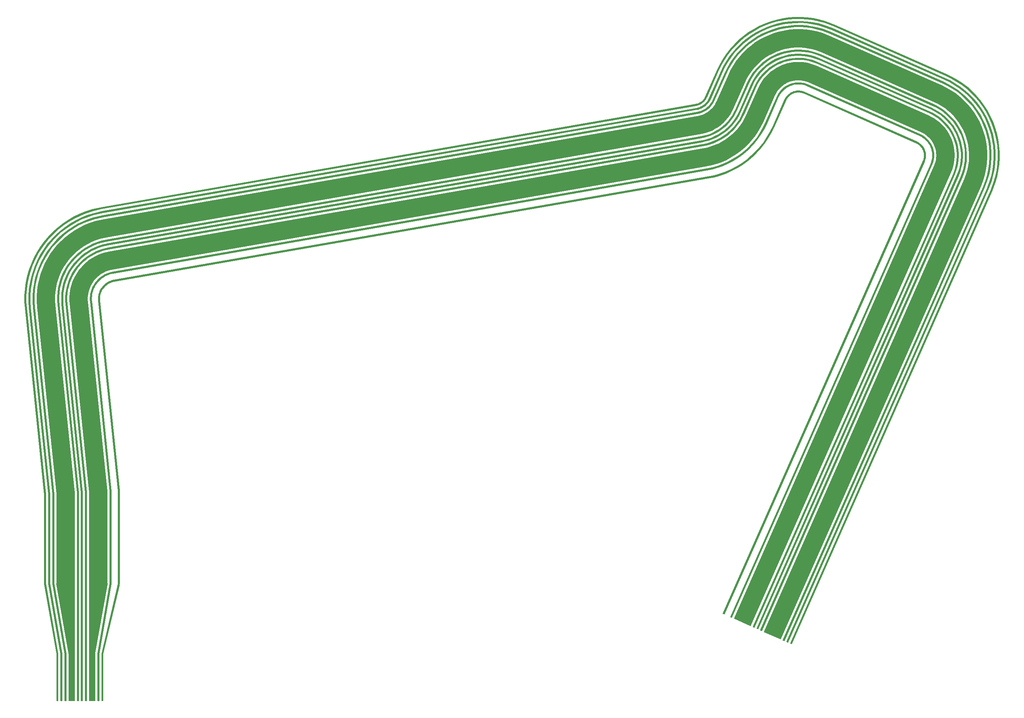
<source format=gbr>
G04 AutoGERB 2.0 for AutoCAD 14*
G04 RS274-X Output *
%FSLAX34Y34*%
%MOMM*%
%ADD12C,0.005000*%
%ADD13C,0.007000*%
G36*X741324Y918833D02*X741324Y1140916D01*X693897Y1599497*X693200Y1609694*X693215Y1619958*X693942Y1630195*X695379Y1640359*X697521Y1650397*X700355Y1660262*X703868Y1669906*X708044Y1679282*X712861Y1688346*X718297Y1697052*X724325Y1705359*X730917Y1713227*X738040Y1720617*X745659Y1727495*X753738Y1733825*X762238Y1739579*X771117Y1744727*X780333Y1749246*X789841Y1753112*X799619Y1756316*X815314Y1759940*X2266442Y2011944*X2274146Y2013559*X2281678Y2015696*X2289042Y2018350*X2296204Y2021511*X2303129Y2025161*X2309784Y2029284*X2316134Y2033860*X2322153Y2038867*X2327808Y2044280*X2333073Y2050073*X2337922Y2056219*X2342332Y2062687*X2346280Y2069441*X2350146Y2077341*X2378635Y2141767*X2382787Y2150340*X2387547Y2158640*X2392873Y2166588*X2398739Y2174147*X2405117Y2181281*X2411975Y2187952*X2419279Y2194131*X2426997Y2199787*X2435089Y2204893*X2443517Y2209424*X2452239Y2213357*X2461214Y2216675*X2470397Y2219360*X2479746Y2221400*X2489213Y2222785*X2498754Y2223508*X2508322Y2223566*X2517871Y2222959*X2527355Y2221689*X2536726Y2219762*X2545966Y2217182*X2559915Y2211904*X2834391Y2090536*X2842963Y2086383*X2851263Y2081624*X2859211Y2076298*X2866771Y2070432*X2873904Y2064054*X2880576Y2057197*X2886755Y2049892*X2892411Y2042174*X2897517Y2034082*X2902048Y2025655*X2905981Y2016932*X2909300Y2007958*X2911984Y1998774*X2914025Y1989426*X2915410Y1979958*X2916133Y1970418*X2916191Y1960850*X2915584Y1951301*X2914314Y1941817*X2912388Y1932445*X2909807Y1923205*X2904526Y1909256*X2415271Y802790*X2410698Y804813*X2899899Y1911153*X2905052Y1924766*X2907525Y1933622*X2909381Y1942654*X2910605Y1951792*X2911190Y1960993*X2911134Y1970213*X2910437Y1979407*X2909102Y1988529*X2907137Y1997537*X2904549Y2006387*X2901352Y2015035*X2897561Y2023440*X2893196Y2031561*X2888276Y2039359*X2882826Y2046795*X2876871Y2053834*X2870441Y2060443*X2863568Y2066589*X2856284Y2072241*X2848624Y2077373*X2840626Y2081960*X2832290Y2085999*X2558018Y2207275*X2544405Y2212427*X2535549Y2214899*X2526518Y2216756*X2517380Y2217980*X2508179Y2218565*X2498959Y2218509*X2489764Y2217812*X2480641Y2216477*X2471634Y2214513*X2462785Y2211924*X2454136Y2208728*X2445732Y2204937*X2437610Y2200572*X2429812Y2195652*X2422376Y2190202*X2415336Y2184247*X2408728Y2177818*X2402582Y2170944*X2396930Y2163661*X2391798Y2156001*X2387210Y2148003*X2383172Y2139666*X2354679Y2075230*X2350689Y2067078*X2346561Y2060014*X2341955Y2053258*X2336890Y2046840*X2331391Y2040789*X2325484Y2035134*X2319199Y2029905*X2312565Y2025125*X2305614Y2020818*X2298381Y2017006*X2290901Y2013705*X2283209Y2010933*X2275343Y2008702*X2267383Y2007033*X816305Y1755037*X800962Y1751495*X791564Y1748415*X782378Y1744679*X773474Y1740314*X764897Y1735340*X756685Y1729782*X748880Y1723666*X741519Y1717022*X734638Y1709882*X728270Y1702282*X722446Y1694257*X717194Y1685845*X712541Y1677089*X708507Y1668031*X705112Y1658715*X702374Y1649184*X700306Y1639486*X698917Y1629668*X698214Y1619777*X698201Y1609861*X698880Y1599924*X746323Y1141173*X746323Y918833*X741324Y918833*G37*G36*X761324Y918833D02*X761324Y1141947D01*X713791Y1601555*X713189Y1610363*X713202Y1619235*X713830Y1628085*X715073Y1636870*X716924Y1645547*X719374Y1654074*X722410Y1662411*X726020Y1670516*X730184Y1678350*X734883Y1685875*X740094Y1693056*X745792Y1699858*X751949Y1706246*X758535Y1712191*X765518Y1717663*X772866Y1722637*X780541Y1727087*X788507Y1730993*X796726Y1734335*X805182Y1737105*X818736Y1740235*X2269864Y1992238*X2278930Y1994140*X2287801Y1996656*X2296474Y1999782*X2304910Y2003505*X2313066Y2007803*X2320903Y2012660*X2328383Y2018050*X2335472Y2023947*X2342132Y2030322*X2348333Y2037145*X2354044Y2044384*X2359238Y2052001*X2363888Y2059957*X2368438Y2069253*X2396926Y2133679*X2400472Y2140999*X2404539Y2148092*X2409091Y2154884*X2414104Y2161344*X2419554Y2167440*X2425414Y2173141*X2431657Y2178422*X2438252Y2183254*X2445167Y2187617*X2452368Y2191489*X2459822Y2194850*X2467491Y2197686*X2475339Y2199980*X2483328Y2201724*X2491418Y2202907*X2499571Y2203525*X2507747Y2203575*X2515907Y2203056*X2524012Y2201970*X2532020Y2200324*X2539920Y2198117*X2551826Y2193613*X2826302Y2072244*X2833622Y2068698*X2840715Y2064631*X2847507Y2060080*X2853967Y2055067*X2860063Y2049617*X2865764Y2043757*X2871044Y2037515*X2875878Y2030919*X2880241Y2024005*X2884113Y2016803*X2887474Y2009349*X2890310Y2001680*X2892604Y1993833*X2894348Y1985844*X2895532Y1977753*X2896150Y1969601*X2896199Y1961425*X2895680Y1953264*X2894595Y1945160*X2892949Y1937151*X2890743Y1929252*X2886235Y1917344*X2396980Y810878*X2392407Y812901*X2881608Y1919241*X2885988Y1930813*X2888086Y1938328*X2889662Y1945997*X2890701Y1953755*X2891198Y1961568*X2891151Y1969396*X2890559Y1977202*X2889425Y1984947*X2887757Y1992596*X2885559Y2000109*X2882845Y2007452*X2879626Y2014588*X2875920Y2021484*X2871743Y2028104*X2867115Y2034418*X2862059Y2040396*X2856600Y2046006*X2850764Y2051224*X2844580Y2056023*X2838076Y2060380*X2831285Y2064275*X2824201Y2067707*X2549929Y2188984*X2538359Y2193362*X2530843Y2195461*X2523175Y2197037*X2515416Y2198077*X2507604Y2198574*X2499776Y2198526*X2491969Y2197934*X2484223Y2196801*X2476576Y2195133*X2469062Y2192935*X2461719Y2190221*X2454583Y2187002*X2447688Y2183296*X2441067Y2179119*X2434752Y2174491*X2428775Y2169436*X2423165Y2163977*X2417947Y2158141*X2413148Y2151957*X2408790Y2145453*X2404895Y2138662*X2401463Y2131578*X2372971Y2067142*X2368297Y2057594*X2363467Y2049328*X2358077Y2041423*X2352150Y2033912*X2345715Y2026831*X2338803Y2020214*X2331448Y2014095*X2323684Y2008501*X2315551Y2003462*X2307087Y1999000*X2298333Y1995137*X2289332Y1991893*X2280127Y1989283*X2270805Y1987327*X819727Y1735332*X806525Y1732284*X798449Y1729638*X790552Y1726426*X782898Y1722674*X775525Y1718398*X768465Y1713620*X761756Y1708362*X755428Y1702651*X749513Y1696513*X744039Y1689979*X739032Y1683080*X734517Y1675849*X730517Y1668323*X727049Y1660536*X724131Y1652527*X721777Y1644334*X720000Y1635997*X718805Y1627556*X718201Y1619054*X718190Y1610530*X718774Y1601982*X766323Y1142204*X766323Y918833*X761324Y918833*G37*G36*X751324Y918833D02*X751324Y1141431D01*X703844Y1600526*X703194Y1610028*X703208Y1619596*X703886Y1629141*X705226Y1638614*X707223Y1647972*X709865Y1657168*X713139Y1666158*X717032Y1674899*X721523Y1683348*X726590Y1691464*X732209Y1699208*X738354Y1706543*X744994Y1713432*X752097Y1719843*X759628Y1725744*X767552Y1731108*X775829Y1735907*X784420Y1740120*X793283Y1743723*X802400Y1746711*X817025Y1750088*X2268153Y2002091*X2276538Y2003850*X2284739Y2006176*X2292758Y2009066*X2300557Y2012508*X2308098Y2016482*X2315343Y2020972*X2322259Y2025955*X2328812Y2031407*X2334970Y2037301*X2340703Y2043609*X2345983Y2050301*X2350785Y2057344*X2355084Y2064699*X2359292Y2073297*X2387780Y2137723*X2391630Y2145669*X2396043Y2153366*X2400982Y2160736*X2406422Y2167746*X2412335Y2174360*X2418695Y2180547*X2425468Y2186276*X2432625Y2191521*X2440128Y2196255*X2447942Y2200457*X2456031Y2204104*X2464352Y2207180*X2472868Y2209670*X2481537Y2211562*X2490316Y2212846*X2499162Y2213517*X2508034Y2213570*X2516889Y2213007*X2525683Y2211830*X2534373Y2210043*X2542943Y2207649*X2555871Y2202758*X2830347Y2081390*X2838293Y2077541*X2845989Y2073127*X2853359Y2068189*X2860369Y2062749*X2866984Y2056836*X2873170Y2050476*X2878900Y2043703*X2884145Y2036547*X2888879Y2029043*X2893081Y2021229*X2896728Y2013141*X2899805Y2004819*X2902294Y1996304*X2904187Y1987635*X2905471Y1978856*X2906142Y1970009*X2906195Y1961137*X2905632Y1952283*X2904455Y1943488*X2902668Y1934798*X2900275Y1926228*X2895381Y1913300*X2406126Y806834*X2401553Y808857*X2890754Y1915197*X2895520Y1927789*X2897805Y1935975*X2899522Y1944325*X2900653Y1952774*X2901194Y1961280*X2901143Y1969804*X2900498Y1978305*X2899264Y1986738*X2897447Y1995067*X2895054Y2003248*X2892099Y2011244*X2888594Y2019014*X2884558Y2026522*X2880010Y2033732*X2874971Y2040606*X2869465Y2047115*X2863521Y2053225*X2857166Y2058906*X2850432Y2064132*X2843350Y2068876*X2835956Y2073118*X2828246Y2076853*X2553974Y2198129*X2541382Y2202894*X2533196Y2205180*X2524846Y2206897*X2516398Y2208028*X2507891Y2208569*X2499367Y2208518*X2490867Y2207873*X2482432Y2206639*X2474105Y2204823*X2465923Y2202429*X2457928Y2199475*X2450157Y2195970*X2442649Y2191934*X2435440Y2187386*X2428565Y2182347*X2422056Y2176842*X2415946Y2170897*X2410265Y2164543*X2405039Y2157809*X2400294Y2150727*X2396053Y2143332*X2392317Y2135622*X2363825Y2071186*X2359493Y2062336*X2355014Y2054671*X2350016Y2047340*X2344520Y2040376*X2338553Y2033810*X2332143Y2027674*X2325324Y2022000*X2318124Y2016813*X2310583Y2012141*X2302734Y2008003*X2294617Y2004421*X2286270Y2001413*X2277735Y1998993*X2269094Y1997180*X818016Y1745185*X803743Y1741890*X795006Y1739026*X786465Y1735553*X778186Y1731494*X770211Y1726869*X762575Y1721701*X755318Y1716014*X748473Y1709837*X742075Y1703198*X736154Y1696131*X730739Y1688669*X725856Y1680847*X721529Y1672706*X717778Y1664283*X714622Y1655621*X712076Y1646759*X710153Y1637741*X708861Y1628612*X708207Y1619415*X708195Y1610195*X708827Y1600953*X756323Y1141688*X756323Y918833*X751324Y918833*G37*G36*X691324Y918835D02*X691324Y1138336D01*X644127Y1594700*X643216Y1608022*X643235Y1621765*X644210Y1635475*X646134Y1649083*X649002Y1662525*X652796Y1675734*X657501Y1688649*X663092Y1701206*X669543Y1713341*X676822Y1724999*X684895Y1736124*X693721Y1746658*X703258Y1756555*X713461Y1765764*X724280Y1774241*X735662Y1781946*X747552Y1788839*X759893Y1794890*X772624Y1800067*X785900Y1804417*X806217Y1809109*X2257544Y2061147*X2262183Y2062120*X2266365Y2063306*X2270458Y2064781*X2274434Y2066535*X2278281Y2068564*X2281978Y2070854*X2285505Y2073396*X2288848Y2076177*X2291990Y2079184*X2294914Y2082402*X2297607Y2085814*X2300056Y2089406*X2302227Y2093122*X2304575Y2097917*X2333046Y2162307*X2338564Y2173697*X2345056Y2185017*X2352320Y2195856*X2360319Y2206164*X2369015Y2215891*X2378368Y2224990*X2388330Y2233417*X2398855Y2241131*X2409891Y2248094*X2421384Y2254271*X2433278Y2259635*X2445517Y2264160*X2458041Y2267821*X2470790Y2270603*X2483699Y2272492*X2496710Y2273478*X2509759Y2273558*X2522781Y2272729*X2535714Y2270997*X2548495Y2268370*X2561277Y2264801*X2579636Y2257854*X2854929Y2136124*X2866320Y2130607*X2877640Y2124114*X2888479Y2116851*X2898786Y2108853*X2908515Y2100157*X2917614Y2090803*X2926041Y2080841*X2933754Y2070316*X2940717Y2059282*X2946896Y2047789*X2952260Y2035894*X2956785Y2023655*X2960446Y2011131*X2963228Y1998383*X2965118Y1985474*X2966104Y1972461*X2966183Y1959413*X2965355Y1946392*X2963623Y1933458*X2960996Y1920677*X2957426Y1907894*X2950476Y1889534*X2461000Y782568*X2419847Y800775*X2908825Y1906611*X2914627Y1921939*X2917233Y1931272*X2919230Y1940985*X2920546Y1950811*X2921174Y1960706*X2921115Y1970622*X2920365Y1980507*X2918929Y1990318*X2916815Y2000006*X2914032Y2009522*X2910595Y2018823*X2906519Y2027860*X2901824Y2036593*X2896533Y2044979*X2890672Y2052976*X2884269Y2060546*X2877354Y2067652*X2869963Y2074260*X2862128Y2080340*X2853891Y2085859*X2845291Y2090792*X2836016Y2095285*X2562561Y2216201*X2547234Y2222000*X2537900Y2224607*X2528187Y2226604*X2518360Y2227920*X2508466Y2228549*X2498551Y2228489*X2488664Y2227739*X2478853Y2226304*X2469166Y2224190*X2459650Y2221407*X2450349Y2217970*X2441311Y2213894*X2432578Y2209199*X2424192Y2203908*X2416195Y2198048*X2408625Y2191645*X2401518Y2184730*X2394910Y2177339*X2388831Y2169505*X2383311Y2161268*X2378379Y2152668*X2373885Y2143392*X2345376Y2078918*X2341916Y2071849*X2338119Y2065351*X2333904Y2059169*X2329269Y2053295*X2324237Y2047759*X2318833Y2042586*X2313082Y2037801*X2307011Y2033427*X2300652Y2029487*X2294035Y2025998*X2287189Y2022978*X2280152Y2020441*X2272954Y2018399*X2266015Y2016944*X815136Y1764984*X797993Y1761026*X788125Y1757792*X778296Y1753795*X768769Y1749124*X759589Y1743801*X750801Y1737854*X742450Y1731309*X734573Y1724200*X727210Y1716559*X720394Y1708425*X714163Y1699838*X708544Y1690836*X703563Y1681467*X699246Y1671774*X695615Y1661805*X692685Y1651606*X690471Y1641228*X688985Y1630722*X688232Y1620138*X688219Y1609527*X688968Y1598549*X736323Y1140657*X736323Y918835*X691324Y918835*G37*G36*X771324Y918835D02*X771324Y1142462D01*X723703Y1602929*X723171Y1610696*X723183Y1618875*X723763Y1627031*X724908Y1635127*X726614Y1643124*X728871Y1650984*X731671Y1658667*X734997Y1666137*X738835Y1673359*X743165Y1680293*X747968Y1686913*X753221Y1693182*X758894Y1699069*X764965Y1704549*X771402Y1709591*X778172Y1714175*X785248Y1718277*X792591Y1721877*X800165Y1724957*X808151Y1727574*X819906Y1730288*X2271232Y1982327*X2281320Y1984443*X2290858Y1987147*X2300185Y1990510*X2309257Y1994513*X2318028Y1999136*X2326456Y2004359*X2334500Y2010154*X2342123Y2016496*X2349285Y2023352*X2355953Y2030689*X2362095Y2038473*X2367682Y2046666*X2372661Y2055185*X2377740Y2065564*X2406212Y2129954*X2409303Y2136335*X2413025Y2142824*X2417190Y2149041*X2421778Y2154950*X2426762Y2160526*X2432125Y2165743*X2437836Y2170575*X2443871Y2174998*X2450200Y2178991*X2456789Y2182533*X2463608Y2185608*X2470626Y2188202*X2477807Y2190302*X2485117Y2191897*X2492519Y2192980*X2499979Y2193545*X2507461Y2193591*X2514928Y2193115*X2522341Y2192122*X2529670Y2190616*X2537091Y2188544*X2547283Y2184687*X2822577Y2062958*X2828956Y2059867*X2835447Y2056146*X2841663Y2051980*X2847573Y2047394*X2853149Y2042409*X2858367Y2037047*X2863200Y2031333*X2867622Y2025298*X2871613Y2018973*X2875156Y2012383*X2878232Y2005563*X2880826Y1998545*X2882926Y1991364*X2884521Y1984054*X2885604Y1976652*X2886169Y1969192*X2886215Y1961712*X2885741Y1954245*X2884747Y1946830*X2883241Y1939501*X2881168Y1932078*X2877309Y1921885*X2387833Y814920*X2346680Y833127*X2835658Y1938964*X2838369Y1946125*X2839478Y1950096*X2840354Y1954355*X2840930Y1958664*X2841206Y1963003*X2841180Y1967353*X2840851Y1971689*X2840222Y1975991*X2839295Y1980239*X2838075Y1984412*X2836567Y1988490*X2834779Y1992454*X2832720Y1996284*X2830399Y1999963*X2827829Y2003470*X2825022Y2006788*X2821990Y2009904*X2818748Y2012803*X2815312Y2015469*X2811700Y2017889*X2807929Y2020052*X2803662Y2022119*X2530208Y2143034*X2523048Y2145743*X2519075Y2146853*X2514816Y2147729*X2510505Y2148306*X2506166Y2148582*X2501818Y2148556*X2497482Y2148227*X2493180Y2147598*X2488932Y2146671*X2484759Y2145451*X2480681Y2143943*X2476716Y2142154*X2472885Y2140096*X2469210Y2137777*X2465703Y2135206*X2462382Y2132398*X2459267Y2129367*X2456367Y2126123*X2453701Y2122688*X2451282Y2119077*X2449118Y2115304*X2447051Y2111039*X2418543Y2046567*X2412350Y2033914*X2405743Y2022607*X2398392Y2011828*X2390310Y2001584*X2381534Y1991927*X2372108Y1982905*X2362077Y1974559*X2351491Y1966932*X2340399Y1960059*X2328856Y1953974*X2316918Y1948707*X2304643Y1944282*X2292089Y1940722*X2279703Y1938124*X828823Y1686163*X820244Y1684183*X815666Y1682682*X810992Y1680782*X806463Y1678562*X802101Y1676032*X797923Y1673204*X793952Y1670092*X790209Y1666714*X786708Y1663081*X783469Y1659216*X780508Y1655134*X777836Y1650854*X775468Y1646400*X773416Y1641792*X771690Y1637053*X770297Y1632205*X769245Y1627272*X768538Y1622278*X768180Y1617246*X768174Y1612203*X768544Y1606780*X816323Y1144783*X816323Y918835*X771324Y918835*G37*G36*X821324Y917512D02*X821324Y1145041D01*X773473Y1607726*X773155Y1612369*X773162Y1617066*X773495Y1621752*X774153Y1626403*X775133Y1630996*X776430Y1635510*X778037Y1639924*X779948Y1644215*X782153Y1648363*X784641Y1652347*X787399Y1656149*X790416Y1659750*X793676Y1663132*X797162Y1666279*X800860Y1669176*X804749Y1671809*X808813Y1674165*X813030Y1676233*X817381Y1678002*X821870Y1679473*X829002Y1681120*X2280130Y1933123*X2293282Y1935882*X2306169Y1939537*X2318771Y1944079*X2331026Y1949487*X2342876Y1955733*X2354262Y1962789*X2365131Y1970619*X2375428Y1979186*X2385104Y1988448*X2394113Y1998361*X2402411Y2008878*X2409957Y2019945*X2416713Y2031505*X2423313Y2044988*X2451801Y2109415*X2453526Y2112977*X2455517Y2116448*X2457744Y2119771*X2460197Y2122933*X2462864Y2125916*X2465731Y2128706*X2468786Y2131290*X2472014Y2133656*X2475398Y2135790*X2478922Y2137685*X2482570Y2139330*X2486323Y2140718*X2490163Y2141840*X2494074Y2142694*X2498032Y2143273*X2502022Y2143575*X2506023Y2143599*X2510016Y2143345*X2513982Y2142814*X2517902Y2142009*X2521780Y2140925*X2527562Y2138738*X2802038Y2017370*X2805600Y2015644*X2809071Y2013654*X2812395Y2011427*X2815556Y2008973*X2818540Y2006307*X2821329Y2003438*X2823913Y2000384*X2826278Y1997156*X2828414Y1993773*X2830309Y1990248*X2831953Y1986601*X2833340Y1982848*X2834464Y1979008*X2835318Y1975097*X2835897Y1971138*X2836199Y1967149*X2836223Y1963148*X2835969Y1959155*X2835438Y1955189*X2834633Y1951269*X2833549Y1947391*X2831361Y1941608*X2342105Y835142*X2337532Y837165*X2826732Y1943505*X2828794Y1948952*X2829770Y1952446*X2830505Y1956024*X2830990Y1959646*X2831222Y1963291*X2831200Y1966944*X2830924Y1970587*X2830395Y1974202*X2829617Y1977771*X2828591Y1981277*X2827324Y1984704*X2825822Y1988035*X2824093Y1991252*X2822143Y1994341*X2819984Y1997287*X2817624Y2000077*X2815077Y2002696*X2812353Y2005130*X2809468Y2007370*X2806432Y2009403*X2803263Y2011221*X2799937Y2012833*X2525665Y2134109*X2520219Y2136170*X2516725Y2137146*X2513147Y2137881*X2509525Y2138366*X2505880Y2138598*X2502227Y2138576*X2498583Y2138300*X2494969Y2137771*X2491400Y2136993*X2487894Y2135967*X2484467Y2134701*X2481137Y2133198*X2477919Y2131469*X2474829Y2129519*X2471883Y2127361*X2469094Y2125001*X2466475Y2122453*X2464040Y2119730*X2461801Y2116844*X2459768Y2113809*X2457949Y2110640*X2456338Y2107314*X2427846Y2042877*X2421122Y2029142*X2414186Y2017272*X2406444Y2005917*X2397930Y1995128*X2388687Y1984957*X2378759Y1975453*X2368194Y1966664*X2357043Y1958630*X2345361Y1951392*X2333203Y1944982*X2320630Y1939434*X2307700Y1934774*X2294479Y1931025*X2281071Y1928212*X829993Y1676217*X823213Y1674652*X819104Y1673305*X815075Y1671666*X811170Y1669752*X807408Y1667570*X803807Y1665133*X800383Y1662450*X797155Y1659537*X794137Y1656405*X791344Y1653072*X788790Y1649552*X786486Y1645862*X784445Y1642022*X782676Y1638049*X781187Y1633963*X779986Y1629783*X779080Y1625530*X778470Y1621223*X778161Y1616885*X778156Y1612536*X778456Y1608155*X826323Y1145298*X826323Y917512*X821324Y917512*G37*G36*X841324Y917364D02*X841324Y1146073D01*X793367Y1609783*X793144Y1613038*X793149Y1616344*X793383Y1619641*X793846Y1622914*X794536Y1626146*X795449Y1629324*X796580Y1632429*X797925Y1635449*X799476Y1638368*X801227Y1641172*X803168Y1643846*X805291Y1646380*X807585Y1648760*X810038Y1650974*X812640Y1653014*X815377Y1654867*X818237Y1656525*X821205Y1657980*X824266Y1659225*X827432Y1660262*X832424Y1661415*X2283552Y1913418*X2298066Y1916462*X2312292Y1920497*X2326203Y1925511*X2339732Y1931481*X2352812Y1938376*X2365382Y1946165*X2377378Y1954809*X2388746Y1964266*X2399428Y1974490*X2409373Y1985433*X2418533Y1997042*X2426863Y2009259*X2434322Y2022021*X2441604Y2036900*X2470092Y2101326*X2471211Y2103636*X2472509Y2105900*X2473962Y2108068*X2475562Y2110129*X2477301Y2112075*X2479172Y2113894*X2481163Y2115579*X2483269Y2117122*X2485475Y2118515*X2487775Y2119751*X2490153Y2120823*X2492600Y2121728*X2495105Y2122460*X2497654Y2123017*X2500237Y2123395*X2502839Y2123592*X2505448Y2123608*X2508053Y2123442*X2510640Y2123096*X2513195Y2122570*X2515733Y2121861*X2519474Y2120446*X2793951Y1999078*X2796259Y1997959*X2798522Y1996662*X2800691Y1995209*X2802753Y1993609*X2804698Y1991870*X2806518Y1989999*X2808204Y1988006*X2809745Y1985902*X2811138Y1983695*X2812374Y1981396*X2813446Y1979018*X2814352Y1976570*X2815083Y1974066*X2815641Y1971516*X2816018Y1968934*X2816216Y1966332*X2816231Y1963723*X2816066Y1961118*X2815719Y1958531*X2815194Y1955975*X2814485Y1953438*X2813070Y1949697*X2323814Y843231*X2319241Y845254*X2808441Y1951594*X2809730Y1954999*X2810331Y1957152*X2810786Y1959368*X2811087Y1961609*X2811230Y1963866*X2811217Y1966127*X2811045Y1968383*X2810718Y1970619*X2810236Y1972829*X2809601Y1974999*X2808817Y1977121*X2807887Y1979183*X2806817Y1981174*X2805610Y1983087*X2804273Y1984911*X2802813Y1986638*X2801235Y1988259*X2799550Y1989766*X2797764Y1991152*X2795885Y1992411*X2793922Y1993536*X2791848Y1994541*X2517577Y2115817*X2514172Y2117106*X2512018Y2117707*X2509803Y2118163*X2507562Y2118463*X2505305Y2118607*X2503044Y2118593*X2500788Y2118422*X2498551Y2118094*X2496342Y2117613*X2494171Y2116977*X2492050Y2116194*X2489988Y2115264*X2487996Y2114194*X2486084Y2112987*X2484260Y2111650*X2482533Y2110189*X2480912Y2108612*X2479405Y2106926*X2478019Y2105139*X2476760Y2103261*X2475634Y2101299*X2474629Y2099225*X2446137Y2034789*X2438731Y2019658*X2431092Y2006586*X2422566Y1994081*X2413190Y1982200*X2403011Y1970999*X2392077Y1960533*X2380443Y1950854*X2368163Y1942006*X2355297Y1934035*X2341909Y1926976*X2328062Y1920866*X2313823Y1915734*X2299263Y1911605*X2284493Y1908507*X833415Y1656512*X828775Y1655441*X825989Y1654528*X823250Y1653413*X820594Y1652112*X818036Y1650628*X815587Y1648971*X813259Y1647147*X811064Y1645165*X809012Y1643035*X807113Y1640769*X805376Y1638375*X803809Y1635867*X802422Y1633256*X801219Y1630554*X800206Y1627775*X799389Y1624933*X798773Y1622041*X798358Y1619112*X798148Y1616163*X798145Y1613205*X798350Y1610212*X846323Y1146330*X846323Y917364*X841324Y917364*G37*G36*X681324Y917547D02*X681324Y1137821D01*X634215Y1593325*X633234Y1607687*X633254Y1622126*X634277Y1636530*X636300Y1650826*X639312Y1664947*X643299Y1678825*X648241Y1692392*X654115Y1705583*X660892Y1718333*X668539Y1730580*X677020Y1742267*X686292Y1753336*X696313Y1763732*X707031Y1773407*X718397Y1782312*X730354Y1790407*X742846Y1797649*X755810Y1804006*X769185Y1809445*X782931Y1813949*X805049Y1819055*X2256176Y2071059*X2259794Y2071817*X2263309Y2072815*X2266745Y2074053*X2270088Y2075528*X2273319Y2077231*X2276425Y2079156*X2279388Y2081291*X2282197Y2083628*X2284836Y2086154*X2287293Y2088858*X2289556Y2091725*X2291614Y2094743*X2293455Y2097893*X2295272Y2101605*X2323760Y2166032*X2329733Y2178362*X2336570Y2190283*X2344220Y2201700*X2352646Y2212558*X2361806Y2222804*X2371657Y2232387*X2382149Y2241262*X2393235Y2249386*X2404858Y2256720*X2416962Y2263228*X2429491Y2268878*X2442382Y2273643*X2455573Y2277499*X2469000Y2280430*X2482599Y2282420*X2496303Y2283458*X2510046Y2283542*X2523761Y2282669*X2537384Y2280845*X2550845Y2278078*X2564106Y2274374*X2584179Y2266779*X2858655Y2145411*X2870985Y2139438*X2882907Y2132601*X2894324Y2124951*X2905182Y2116525*X2915428Y2107365*X2925011Y2097515*X2933886Y2087022*X2942011Y2075937*X2949344Y2064314*X2955853Y2052209*X2961502Y2039681*X2966268Y2026790*X2970124Y2013600*X2973056Y2000172*X2975045Y1986573*X2976084Y1972870*X2976167Y1959127*X2975295Y1945411*X2973471Y1931788*X2970704Y1918327*X2967000Y1905066*X2959401Y1884991*X2470146Y778525*X2465573Y780548*X2954774Y1886888*X2962245Y1906627*X2965841Y1919504*X2968538Y1932625*X2970316Y1945902*X2971166Y1959270*X2971085Y1972665*X2970072Y1986022*X2968133Y1999275*X2965277Y2012363*X2961517Y2025219*X2956873Y2037784*X2951366Y2049994*X2945023Y2061793*X2937876Y2073122*X2929957Y2083925*X2921306Y2094154*X2911965Y2103754*X2901979Y2112682*X2891397Y2120894*X2880268Y2128350*X2868648Y2135015*X2856554Y2140874*X2582282Y2262150*X2562545Y2269619*X2549668Y2273215*X2536547Y2275912*X2523270Y2277690*X2509903Y2278541*X2496508Y2278459*X2483150Y2277447*X2469897Y2275507*X2456810Y2272652*X2443953Y2268892*X2431388Y2264249*X2419177Y2258741*X2407379Y2252399*X2396050Y2245251*X2385246Y2237333*X2375018Y2228682*X2365417Y2219341*X2356489Y2209355*X2348277Y2198773*X2340821Y2187644*X2334156Y2176025*X2328297Y2163931*X2299805Y2099494*X2297864Y2095530*X2295843Y2092070*X2293589Y2088764*X2291110Y2085623*X2288419Y2082663*X2285528Y2079895*X2282453Y2077336*X2279206Y2074997*X2275804Y2072890*X2272265Y2071023*X2268604Y2069408*X2264840Y2068052*X2260991Y2066960*X2257117Y2066148*X806040Y1814152*X784274Y1809128*X770908Y1804748*X757855Y1799439*X745203Y1793236*X733013Y1786168*X721344Y1778269*X710252Y1769578*X699792Y1760137*X690013Y1749991*X680965Y1739190*X672688Y1727785*X665225Y1715832*X658612Y1703390*X652880Y1690517*X648056Y1677278*X644165Y1663734*X641227Y1649953*X639252Y1636001*X638253Y1621945*X638235Y1607854*X639198Y1593752*X686323Y1138078*X686323Y917547*X681324Y917547*G37*G36*X671324Y917547D02*X671324Y1137305D01*X624269Y1592297*X623239Y1607353*X623260Y1622488*X624333Y1637585*X626453Y1652571*X629611Y1667372*X633790Y1681919*X638970Y1696140*X645127Y1709966*X652231Y1723331*X660246Y1736168*X669135Y1748418*X678855Y1760020*X689358Y1770918*X700593Y1781059*X712506Y1790394*X725040Y1798878*X738134Y1806469*X751723Y1813133*X765743Y1818834*X780150Y1823554*X803338Y1828908*X2254465Y2080911*X2257402Y2081527*X2260247Y2082334*X2263029Y2083337*X2265734Y2084531*X2268351Y2085910*X2270865Y2087468*X2273265Y2089196*X2275537Y2091087*X2277674Y2093133*X2279663Y2095322*X2281495Y2097643*X2283161Y2100086*X2284651Y2102635*X2286126Y2105649*X2314614Y2170076*X2320891Y2183032*X2328074Y2195557*X2336111Y2207552*X2344964Y2218960*X2354588Y2229725*X2364937Y2239793*X2375961Y2249117*X2387608Y2257653*X2399819Y2265358*X2412537Y2272196*X2425700Y2278131*X2439243Y2283138*X2453102Y2287189*X2467209Y2290269*X2481497Y2292359*X2495894Y2293450*X2510333Y2293537*X2524743Y2292621*X2539055Y2290704*X2553198Y2287797*X2567129Y2283906*X2588223Y2275925*X2862699Y2154556*X2875655Y2148280*X2888181Y2141097*X2900176Y2133060*X2911584Y2124208*X2922348Y2114584*X2932417Y2104234*X2941741Y2093211*X2950277Y2081564*X2957982Y2069353*X2964820Y2056635*X2970756Y2043472*X2975763Y2029929*X2979814Y2016070*X2982894Y2001963*X2984984Y1987675*X2986076Y1973278*X2986163Y1958839*X2985247Y1944429*X2983331Y1930117*X2980423Y1915974*X2976533Y1902043*X2968547Y1880947*X2479292Y774481*X2474719Y776504*X2963920Y1882844*X2971778Y1903604*X2975560Y1917151*X2978398Y1930954*X2980268Y1944920*X2981162Y1958982*X2981077Y1973073*X2980011Y1987124*X2977971Y2001066*X2974967Y2014833*X2971012Y2028358*X2966127Y2041575*X2960333Y2054420*X2953661Y2066832*X2946142Y2078749*X2937812Y2090114*X2928712Y2100873*X2918885Y2110973*X2908381Y2120365*X2897249Y2129003*X2885542Y2136846*X2873318Y2143857*X2860598Y2150019*X2586326Y2271296*X2565568Y2279151*X2552021Y2282934*X2538218Y2285771*X2524252Y2287642*X2510190Y2288536*X2496099Y2288451*X2482048Y2287386*X2468106Y2285346*X2454339Y2282342*X2440814Y2278387*X2427597Y2273502*X2414752Y2267709*X2402340Y2261037*X2390423Y2253518*X2379058Y2245188*X2368298Y2236088*X2358199Y2226262*X2348807Y2215757*X2340168Y2204625*X2332325Y2192918*X2325314Y2180695*X2319151Y2167975*X2290659Y2103538*X2289060Y2100272*X2287390Y2097413*X2285528Y2094682*X2283480Y2092087*X2281257Y2089642*X2278870Y2087356*X2276328Y2085241*X2273646Y2083309*X2270836Y2081569*X2267913Y2080026*X2264888Y2078692*X2261778Y2077571*X2258599Y2076670*X2255406Y2076000*X804329Y1824005*X781493Y1818733*X767466Y1814137*X753768Y1808566*X740491Y1802056*X727699Y1794639*X715453Y1786351*X703814Y1777230*X692837Y1767323*X682576Y1756675*X673080Y1745341*X664395Y1733373*X656564Y1720830*X649624Y1707773*X643609Y1694265*X638547Y1680372*X634464Y1666159*X631380Y1651698*X629308Y1637056*X628259Y1622307*X628240Y1607520*X629252Y1592724*X676323Y1137562*X676323Y917547*X671324Y917547*G37*G36*X661324Y917547D02*X661324Y1136790D01*X614322Y1591268*X613245Y1607018*X613267Y1622849*X614389Y1638641*X616606Y1654315*X619909Y1669797*X624280Y1685013*X629699Y1699888*X636139Y1714349*X643569Y1728329*X651953Y1741756*X661251Y1754569*X671418Y1766705*X682404Y1778103*X694155Y1788711*X706616Y1798475*X719726Y1807349*X733422Y1815290*X747636Y1822259*X762300Y1828222*X777369Y1833160*X801627Y1838760*X2252754Y2090764*X2255010Y2091237*X2257186Y2091854*X2259313Y2092621*X2261382Y2093534*X2263383Y2094588*X2265304Y2095780*X2267140Y2097102*X2268878Y2098548*X2270512Y2100111*X2272033Y2101785*X2273433Y2103561*X2274708Y2105429*X2275845Y2107377*X2276980Y2109694*X2305468Y2174120*X2312048Y2187702*X2319577Y2200831*X2328002Y2213404*X2337281Y2225362*X2347369Y2236645*X2358217Y2247199*X2369773Y2256974*X2381981Y2265919*X2394780Y2273996*X2408111Y2281163*X2421908Y2287384*X2436104Y2292633*X2450631Y2296879*X2465418Y2300107*X2480394Y2302298*X2495486Y2303442*X2510620Y2303533*X2525725Y2302572*X2540727Y2300563*X2555551Y2297516*X2570153Y2293438*X2592267Y2285071*X2866743Y2163702*X2880326Y2157123*X2893455Y2149593*X2906028Y2141169*X2917986Y2131890*X2929269Y2121802*X2939823Y2110954*X2949597Y2099399*X2958544Y2087191*X2966620Y2074391*X2973788Y2061061*X2980009Y2047264*X2985258Y2033068*X2989504Y2018541*X2992733Y2003754*X2994923Y1988778*X2996068Y1973687*X2996159Y1958552*X2995199Y1943447*X2993190Y1928446*X2990143Y1913621*X2986065Y1899019*X2977693Y1876903*X2488438Y770437*X2483865Y772460*X2973066Y1878800*X2981310Y1900580*X2985280Y1914798*X2988257Y1929283*X2990220Y1943938*X2991158Y1958695*X2991069Y1973482*X2989950Y1988227*X2987810Y2002857*X2984657Y2017304*X2980507Y2031497*X2975380Y2045367*X2969301Y2058846*X2962299Y2071870*X2954409Y2084376*X2945668Y2096302*X2936118Y2107593*X2925806Y2118191*X2914783Y2128047*X2903101Y2137112*X2890816Y2145342*X2877989Y2152700*X2864642Y2159165*X2590370Y2280442*X2568592Y2288683*X2554374Y2292653*X2539890Y2295630*X2525234Y2297593*X2510477Y2298532*X2495691Y2298443*X2480945Y2297325*X2466315Y2295184*X2451868Y2292032*X2437675Y2287882*X2423805Y2282755*X2410326Y2276676*X2397301Y2269675*X2384796Y2261784*X2372868Y2253043*X2361578Y2243494*X2350980Y2233182*X2341124Y2222159*X2332059Y2210477*X2323828Y2198192*X2316471Y2185365*X2310005Y2172019*X2281513Y2107583*X2280256Y2105014*X2278937Y2102756*X2277466Y2100600*X2275850Y2098552*X2274095Y2096620*X2272209Y2094815*X2270203Y2093147*X2268087Y2091621*X2265868Y2090247*X2263559Y2089029*X2261172Y2087976*X2258717Y2087091*X2256207Y2086380*X2253695Y2085853*X802618Y1833857*X778712Y1828339*X764023Y1823525*X749681Y1817692*X735779Y1810877*X722385Y1803110*X709563Y1794432*X697376Y1784882*X685883Y1774508*X675139Y1763360*X665196Y1751492*X656102Y1738961*X647902Y1725828*X640636Y1712156*X634338Y1698013*X629037Y1683466*X624762Y1668584*X621533Y1653442*X619364Y1638112*X618266Y1622668*X618246Y1607185*X619305Y1591695*X666323Y1137047*X666323Y917547*X661324Y917547*G37*G36*X816672Y919333D02*X786037Y745446D01*X771352Y746735*X771410Y923297*X816672Y919333*G37*G36*X736238Y923297D02*X736295Y746732D01*X721609Y745449*X690976Y919333*X736238Y923297*G37*G36*X766323Y918832D02*X766323Y747562D01*X761324Y747563*X761324Y918832*X766323Y918832*G37*G36*X756323Y918832D02*X756323Y747562D01*X751324Y747563*X751324Y918832*X756323Y918832*G37*G36*X746323Y918832D02*X746323Y747562D01*X741324Y747563*X741324Y918832*X746323Y918832*G37*G36*X686286Y919264D02*X716286Y747994D01*X711361Y747132*X681361Y918401*X686286Y919264*G37*G36*X676286Y919264D02*X706286Y747994D01*X701361Y747132*X671361Y918401*X676286Y919264*G37*G36*X666286Y919264D02*X696286Y747994D01*X691361Y747132*X661361Y918401*X666286Y919264*G37*G36*X771324Y632296D02*X771324Y747563D01*X786323Y747560*X786323Y632296*X771324Y632296*G37*G36*X721324Y632296D02*X721324Y747563D01*X736323Y747560*X736323Y632296*X721324Y632296*G37*G36*X766323Y747562D02*X766323Y632295D01*X761324Y632296*X761324Y747562*X766323Y747562*G37*G36*X756323Y747562D02*X756323Y632295D01*X751324Y632296*X751324Y747562*X756323Y747562*G37*G36*X746323Y747562D02*X746323Y632295D01*X741324Y632296*X741324Y747562*X746323Y747562*G37*G36*X716323Y747562D02*X716323Y632295D01*X711324Y632296*X711324Y747562*X716323Y747562*G37*G36*X706323Y747562D02*X706323Y632295D01*X701324Y632296*X701324Y747562*X706323Y747562*G37*G36*X696323Y747562D02*X696323Y632295D01*X691324Y632296*X691324Y747562*X696323Y747562*G37*G54D12*X693824Y632296D02*X693824Y747563D01*G54D12*X703824Y632296D02*X703824Y747563D01*G54D12*X713824Y632296D02*X713824Y747563D01*G54D12*X743824Y632296D02*X743824Y747563D01*G54D12*X763824Y632296D02*X763824Y747563D01*G54D12*X753824Y632296D02*X753824Y747563D01*G36*X846257Y916790D02*X806257Y746989D01*X801390Y748136*X841390Y917936*X846257Y916790*G37*G36*X826286Y918401D02*X796286Y747131D01*X791361Y747995*X821361Y919264*X826286Y918401*G37*G36*X806323Y747562D02*X806323Y632295D01*X801324Y632296*X801324Y747562*X806323Y747562*G37*G36*X796323Y747562D02*X796323Y632295D01*X791324Y632296*X791324Y747562*X796323Y747562*G37*G54D12*X793824Y632296D02*X793824Y747563D01*M02*
</source>
